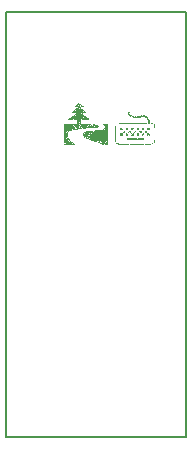
<source format=gbo>
G04 MADE WITH FRITZING*
G04 WWW.FRITZING.ORG*
G04 DOUBLE SIDED*
G04 HOLES PLATED*
G04 CONTOUR ON CENTER OF CONTOUR VECTOR*
%ASAXBY*%
%FSLAX23Y23*%
%MOIN*%
%OFA0B0*%
%SFA1.0B1.0*%
%ADD10R,0.608047X1.426100X0.592047X1.410100*%
%ADD11C,0.008000*%
%LNSILK0*%
G90*
G70*
G54D11*
X4Y1422D02*
X604Y1422D01*
X604Y4D01*
X4Y4D01*
X4Y1422D01*
D02*
G36*
X243Y1112D02*
X243Y1110D01*
X241Y1110D01*
X241Y1112D01*
X243Y1112D01*
G37*
D02*
G36*
X260Y1108D02*
X260Y1106D01*
X264Y1106D01*
X264Y1104D01*
X256Y1104D01*
X256Y1106D01*
X258Y1106D01*
X258Y1108D01*
X260Y1108D01*
G37*
D02*
G36*
X237Y1097D02*
X237Y1095D01*
X235Y1095D01*
X235Y1097D01*
X237Y1097D01*
G37*
D02*
G36*
X417Y1087D02*
X417Y1083D01*
X415Y1083D01*
X415Y1081D01*
X411Y1081D01*
X411Y1087D01*
X417Y1087D01*
G37*
D02*
G36*
X419Y1083D02*
X419Y1081D01*
X417Y1081D01*
X417Y1083D01*
X419Y1083D01*
G37*
D02*
G36*
X419Y1081D02*
X419Y1079D01*
X413Y1079D01*
X413Y1081D01*
X419Y1081D01*
G37*
D02*
G36*
X419Y1081D02*
X419Y1079D01*
X413Y1079D01*
X413Y1081D01*
X419Y1081D01*
G37*
D02*
G36*
X421Y1079D02*
X421Y1077D01*
X424Y1077D01*
X424Y1073D01*
X421Y1073D01*
X421Y1070D01*
X419Y1070D01*
X419Y1073D01*
X417Y1073D01*
X417Y1075D01*
X415Y1075D01*
X415Y1079D01*
X421Y1079D01*
G37*
D02*
G36*
X262Y1079D02*
X262Y1077D01*
X260Y1077D01*
X260Y1079D01*
X262Y1079D01*
G37*
D02*
G36*
X264Y1077D02*
X264Y1075D01*
X262Y1075D01*
X262Y1077D01*
X264Y1077D01*
G37*
D02*
G36*
X229Y1075D02*
X229Y1073D01*
X227Y1073D01*
X227Y1075D01*
X229Y1075D01*
G37*
D02*
G36*
X467Y1077D02*
X467Y1075D01*
X461Y1075D01*
X461Y1077D01*
X467Y1077D01*
G37*
D02*
G36*
X459Y1077D02*
X459Y1075D01*
X455Y1075D01*
X455Y1077D01*
X459Y1077D01*
G37*
D02*
G36*
X471Y1075D02*
X471Y1073D01*
X467Y1073D01*
X467Y1075D01*
X471Y1075D01*
G37*
D02*
G36*
X465Y1075D02*
X465Y1073D01*
X446Y1073D01*
X446Y1075D01*
X465Y1075D01*
G37*
D02*
G36*
X465Y1075D02*
X465Y1073D01*
X446Y1073D01*
X446Y1075D01*
X465Y1075D01*
G37*
D02*
G36*
X428Y1075D02*
X428Y1073D01*
X432Y1073D01*
X432Y1070D01*
X426Y1070D01*
X426Y1068D01*
X424Y1068D01*
X424Y1073D01*
X426Y1073D01*
X426Y1075D01*
X428Y1075D01*
G37*
D02*
G36*
X475Y1073D02*
X475Y1070D01*
X473Y1070D01*
X473Y1073D01*
X475Y1073D01*
G37*
D02*
G36*
X471Y1073D02*
X471Y1070D01*
X440Y1070D01*
X440Y1073D01*
X471Y1073D01*
G37*
D02*
G36*
X471Y1073D02*
X471Y1070D01*
X440Y1070D01*
X440Y1073D01*
X471Y1073D01*
G37*
D02*
G36*
X438Y1073D02*
X438Y1070D01*
X434Y1070D01*
X434Y1073D01*
X438Y1073D01*
G37*
D02*
G36*
X477Y1070D02*
X477Y1068D01*
X467Y1068D01*
X467Y1070D01*
X477Y1070D01*
G37*
D02*
G36*
X477Y1070D02*
X477Y1068D01*
X467Y1068D01*
X467Y1070D01*
X477Y1070D01*
G37*
D02*
G36*
X455Y1070D02*
X455Y1068D01*
X436Y1068D01*
X436Y1070D01*
X455Y1070D01*
G37*
D02*
G36*
X455Y1070D02*
X455Y1068D01*
X436Y1068D01*
X436Y1070D01*
X455Y1070D01*
G37*
D02*
G36*
X434Y1070D02*
X434Y1068D01*
X428Y1068D01*
X428Y1070D01*
X434Y1070D01*
G37*
D02*
G36*
X479Y1068D02*
X479Y1064D01*
X477Y1064D01*
X477Y1062D01*
X475Y1062D01*
X475Y1066D01*
X471Y1066D01*
X471Y1068D01*
X479Y1068D01*
G37*
D02*
G36*
X444Y1068D02*
X444Y1066D01*
X428Y1066D01*
X428Y1068D01*
X444Y1068D01*
G37*
D02*
G36*
X444Y1068D02*
X444Y1066D01*
X428Y1066D01*
X428Y1068D01*
X444Y1068D01*
G37*
D02*
G36*
X482Y1064D02*
X482Y1062D01*
X479Y1062D01*
X479Y1064D01*
X482Y1064D01*
G37*
D02*
G36*
X482Y1062D02*
X482Y1060D01*
X475Y1060D01*
X475Y1062D01*
X482Y1062D01*
G37*
D02*
G36*
X482Y1062D02*
X482Y1060D01*
X475Y1060D01*
X475Y1062D01*
X482Y1062D01*
G37*
D02*
G36*
X484Y1060D02*
X484Y1052D01*
X479Y1052D01*
X479Y1050D01*
X477Y1050D01*
X477Y1060D01*
X484Y1060D01*
G37*
D02*
G36*
X484Y1052D02*
X484Y1050D01*
X482Y1050D01*
X482Y1052D01*
X484Y1052D01*
G37*
D02*
G36*
X494Y1050D02*
X494Y1048D01*
X488Y1048D01*
X488Y1050D01*
X494Y1050D01*
G37*
D02*
G36*
X484Y1050D02*
X484Y1048D01*
X477Y1048D01*
X477Y1050D01*
X484Y1050D01*
G37*
D02*
G36*
X484Y1050D02*
X484Y1048D01*
X477Y1048D01*
X477Y1050D01*
X484Y1050D01*
G37*
D02*
G36*
X498Y1048D02*
X498Y1046D01*
X475Y1046D01*
X475Y1048D01*
X498Y1048D01*
G37*
D02*
G36*
X498Y1048D02*
X498Y1046D01*
X475Y1046D01*
X475Y1048D01*
X498Y1048D01*
G37*
D02*
G36*
X475Y1050D02*
X475Y1048D01*
X473Y1048D01*
X473Y1046D01*
X372Y1046D01*
X372Y1048D01*
X380Y1048D01*
X380Y1050D01*
X475Y1050D01*
G37*
D02*
G36*
X345Y1048D02*
X345Y1046D01*
X341Y1046D01*
X341Y1048D01*
X345Y1048D01*
G37*
D02*
G36*
X339Y1048D02*
X339Y1046D01*
X334Y1046D01*
X334Y1048D01*
X339Y1048D01*
G37*
D02*
G36*
X345Y1046D02*
X345Y1044D01*
X332Y1044D01*
X332Y1046D01*
X345Y1046D01*
G37*
D02*
G36*
X345Y1046D02*
X345Y1044D01*
X332Y1044D01*
X332Y1046D01*
X345Y1046D01*
G37*
D02*
G36*
X345Y1044D02*
X345Y1031D01*
X332Y1031D01*
X332Y1029D01*
X328Y1029D01*
X328Y1031D01*
X332Y1031D01*
X332Y1033D01*
X334Y1033D01*
X334Y1041D01*
X332Y1041D01*
X332Y1044D01*
X345Y1044D01*
G37*
D02*
G36*
X345Y1031D02*
X345Y1029D01*
X334Y1029D01*
X334Y1031D01*
X345Y1031D01*
G37*
D02*
G36*
X345Y1029D02*
X345Y1027D01*
X324Y1027D01*
X324Y1029D01*
X345Y1029D01*
G37*
D02*
G36*
X345Y1029D02*
X345Y1027D01*
X324Y1027D01*
X324Y1029D01*
X345Y1029D01*
G37*
D02*
G36*
X322Y1029D02*
X322Y1027D01*
X320Y1027D01*
X320Y1029D01*
X322Y1029D01*
G37*
D02*
G36*
X345Y1027D02*
X345Y1025D01*
X303Y1025D01*
X303Y1027D01*
X345Y1027D01*
G37*
D02*
G36*
X345Y1027D02*
X345Y1025D01*
X303Y1025D01*
X303Y1027D01*
X345Y1027D01*
G37*
D02*
G36*
X345Y1025D02*
X345Y1021D01*
X299Y1021D01*
X299Y1023D01*
X295Y1023D01*
X295Y1025D01*
X345Y1025D01*
G37*
D02*
G36*
X293Y1025D02*
X293Y1023D01*
X291Y1023D01*
X291Y1025D01*
X293Y1025D01*
G37*
D02*
G36*
X289Y1025D02*
X289Y1023D01*
X285Y1023D01*
X285Y1025D01*
X289Y1025D01*
G37*
D02*
G36*
X295Y1023D02*
X295Y1021D01*
X272Y1021D01*
X272Y1023D01*
X295Y1023D01*
G37*
D02*
G36*
X295Y1023D02*
X295Y1021D01*
X272Y1021D01*
X272Y1023D01*
X295Y1023D01*
G37*
D02*
G36*
X345Y1021D02*
X345Y1019D01*
X283Y1019D01*
X283Y1021D01*
X345Y1021D01*
G37*
D02*
G36*
X345Y1021D02*
X345Y1019D01*
X283Y1019D01*
X283Y1021D01*
X345Y1021D01*
G37*
D02*
G36*
X281Y1021D02*
X281Y1019D01*
X276Y1019D01*
X276Y1021D01*
X281Y1021D01*
G37*
D02*
G36*
X274Y1021D02*
X274Y1019D01*
X272Y1019D01*
X272Y1017D01*
X264Y1017D01*
X264Y1015D01*
X262Y1015D01*
X262Y1017D01*
X264Y1017D01*
X264Y1019D01*
X266Y1019D01*
X266Y1021D01*
X274Y1021D01*
G37*
D02*
G36*
X345Y1019D02*
X345Y1017D01*
X299Y1017D01*
X299Y1019D01*
X345Y1019D01*
G37*
D02*
G36*
X297Y1019D02*
X297Y1017D01*
X293Y1017D01*
X293Y1019D01*
X297Y1019D01*
G37*
D02*
G36*
X291Y1019D02*
X291Y1017D01*
X289Y1017D01*
X289Y1015D01*
X285Y1015D01*
X285Y1017D01*
X281Y1017D01*
X281Y1019D01*
X291Y1019D01*
G37*
D02*
G36*
X278Y1019D02*
X278Y1017D01*
X274Y1017D01*
X274Y1019D01*
X278Y1019D01*
G37*
D02*
G36*
X345Y1017D02*
X345Y1015D01*
X291Y1015D01*
X291Y1017D01*
X345Y1017D01*
G37*
D02*
G36*
X345Y1017D02*
X345Y1015D01*
X291Y1015D01*
X291Y1017D01*
X345Y1017D01*
G37*
D02*
G36*
X283Y1017D02*
X283Y1015D01*
X272Y1015D01*
X272Y1017D01*
X283Y1017D01*
G37*
D02*
G36*
X283Y1017D02*
X283Y1015D01*
X272Y1015D01*
X272Y1017D01*
X283Y1017D01*
G37*
D02*
G36*
X270Y1017D02*
X270Y1015D01*
X268Y1015D01*
X268Y1017D01*
X270Y1017D01*
G37*
D02*
G36*
X345Y1015D02*
X345Y1012D01*
X276Y1012D01*
X276Y1015D01*
X345Y1015D01*
G37*
D02*
G36*
X345Y1015D02*
X345Y1012D01*
X276Y1012D01*
X276Y1015D01*
X345Y1015D01*
G37*
D02*
G36*
X345Y1015D02*
X345Y1012D01*
X276Y1012D01*
X276Y1015D01*
X345Y1015D01*
G37*
D02*
G36*
X274Y1015D02*
X274Y1012D01*
X260Y1012D01*
X260Y1015D01*
X274Y1015D01*
G37*
D02*
G36*
X274Y1015D02*
X274Y1012D01*
X260Y1012D01*
X260Y1015D01*
X274Y1015D01*
G37*
D02*
G36*
X274Y1015D02*
X274Y1012D01*
X260Y1012D01*
X260Y1015D01*
X274Y1015D01*
G37*
D02*
G36*
X345Y1012D02*
X345Y1010D01*
X260Y1010D01*
X260Y1012D01*
X345Y1012D01*
G37*
D02*
G36*
X345Y1012D02*
X345Y1010D01*
X260Y1010D01*
X260Y1012D01*
X345Y1012D01*
G37*
D02*
G36*
X345Y1010D02*
X345Y1008D01*
X285Y1008D01*
X285Y1010D01*
X345Y1010D01*
G37*
D02*
G36*
X283Y1010D02*
X283Y1008D01*
X281Y1008D01*
X281Y1010D01*
X283Y1010D01*
G37*
D02*
G36*
X278Y1010D02*
X278Y1008D01*
X266Y1008D01*
X266Y1006D01*
X262Y1006D01*
X262Y1010D01*
X278Y1010D01*
G37*
D02*
G36*
X345Y1008D02*
X345Y1006D01*
X268Y1006D01*
X268Y1008D01*
X345Y1008D01*
G37*
D02*
G36*
X345Y1008D02*
X345Y1006D01*
X268Y1006D01*
X268Y1008D01*
X345Y1008D01*
G37*
D02*
G36*
X345Y1008D02*
X345Y1006D01*
X268Y1006D01*
X268Y1008D01*
X345Y1008D01*
G37*
D02*
G36*
X345Y1006D02*
X345Y998D01*
X285Y998D01*
X285Y1000D01*
X283Y1000D01*
X283Y1002D01*
X278Y1002D01*
X278Y1004D01*
X276Y1004D01*
X276Y1006D01*
X345Y1006D01*
G37*
D02*
G36*
X274Y1006D02*
X274Y1004D01*
X264Y1004D01*
X264Y1006D01*
X274Y1006D01*
G37*
D02*
G36*
X274Y1006D02*
X274Y1004D01*
X264Y1004D01*
X264Y1006D01*
X274Y1006D01*
G37*
D02*
G36*
X276Y1004D02*
X276Y1002D01*
X270Y1002D01*
X270Y1004D01*
X276Y1004D01*
G37*
D02*
G36*
X268Y1004D02*
X268Y1002D01*
X266Y1002D01*
X266Y1004D01*
X268Y1004D01*
G37*
D02*
G36*
X281Y1002D02*
X281Y1000D01*
X274Y1000D01*
X274Y1002D01*
X281Y1002D01*
G37*
D02*
G36*
X281Y1002D02*
X281Y1000D01*
X274Y1000D01*
X274Y1002D01*
X281Y1002D01*
G37*
D02*
G36*
X272Y1002D02*
X272Y1000D01*
X268Y1000D01*
X268Y1002D01*
X272Y1002D01*
G37*
D02*
G36*
X283Y1000D02*
X283Y998D01*
X278Y998D01*
X278Y996D01*
X276Y996D01*
X276Y998D01*
X272Y998D01*
X272Y1000D01*
X283Y1000D01*
G37*
D02*
G36*
X345Y998D02*
X345Y996D01*
X281Y996D01*
X281Y998D01*
X345Y998D01*
G37*
D02*
G36*
X345Y998D02*
X345Y996D01*
X281Y996D01*
X281Y998D01*
X345Y998D01*
G37*
D02*
G36*
X345Y996D02*
X345Y994D01*
X301Y994D01*
X301Y992D01*
X287Y992D01*
X287Y994D01*
X283Y994D01*
X283Y996D01*
X345Y996D01*
G37*
D02*
G36*
X345Y994D02*
X345Y992D01*
X332Y992D01*
X332Y994D01*
X345Y994D01*
G37*
D02*
G36*
X330Y994D02*
X330Y992D01*
X303Y992D01*
X303Y994D01*
X330Y994D01*
G37*
D02*
G36*
X345Y992D02*
X345Y990D01*
X339Y990D01*
X339Y988D01*
X332Y988D01*
X332Y990D01*
X330Y990D01*
X330Y992D01*
X345Y992D01*
G37*
D02*
G36*
X328Y992D02*
X328Y990D01*
X291Y990D01*
X291Y992D01*
X328Y992D01*
G37*
D02*
G36*
X328Y992D02*
X328Y990D01*
X291Y990D01*
X291Y992D01*
X328Y992D01*
G37*
D02*
G36*
X345Y990D02*
X345Y983D01*
X343Y983D01*
X343Y988D01*
X341Y988D01*
X341Y990D01*
X345Y990D01*
G37*
D02*
G36*
X330Y990D02*
X330Y988D01*
X320Y988D01*
X320Y990D01*
X330Y990D01*
G37*
D02*
G36*
X318Y990D02*
X318Y988D01*
X314Y988D01*
X314Y990D01*
X318Y990D01*
G37*
D02*
G36*
X312Y990D02*
X312Y988D01*
X310Y988D01*
X310Y990D01*
X312Y990D01*
G37*
D02*
G36*
X308Y990D02*
X308Y988D01*
X305Y988D01*
X305Y986D01*
X303Y986D01*
X303Y990D01*
X308Y990D01*
G37*
D02*
G36*
X301Y990D02*
X301Y988D01*
X297Y988D01*
X297Y990D01*
X301Y990D01*
G37*
D02*
G36*
X341Y988D02*
X341Y983D01*
X337Y983D01*
X337Y988D01*
X341Y988D01*
G37*
D02*
G36*
X334Y988D02*
X334Y986D01*
X330Y986D01*
X330Y988D01*
X334Y988D01*
G37*
D02*
G36*
X328Y988D02*
X328Y986D01*
X322Y986D01*
X322Y983D01*
X320Y983D01*
X320Y986D01*
X318Y986D01*
X318Y988D01*
X328Y988D01*
G37*
D02*
G36*
X316Y988D02*
X316Y986D01*
X314Y986D01*
X314Y983D01*
X310Y983D01*
X310Y986D01*
X312Y986D01*
X312Y988D01*
X316Y988D01*
G37*
D02*
G36*
X334Y986D02*
X334Y983D01*
X324Y983D01*
X324Y986D01*
X334Y986D01*
G37*
D02*
G36*
X334Y986D02*
X334Y983D01*
X324Y983D01*
X324Y986D01*
X334Y986D01*
G37*
D02*
G36*
X345Y983D02*
X345Y981D01*
X326Y981D01*
X326Y983D01*
X345Y983D01*
G37*
D02*
G36*
X345Y983D02*
X345Y981D01*
X326Y981D01*
X326Y983D01*
X345Y983D01*
G37*
D02*
G36*
X345Y983D02*
X345Y981D01*
X326Y981D01*
X326Y983D01*
X345Y983D01*
G37*
D02*
G36*
X345Y981D02*
X345Y979D01*
X343Y979D01*
X343Y981D01*
X345Y981D01*
G37*
D02*
G36*
X341Y981D02*
X341Y979D01*
X334Y979D01*
X334Y981D01*
X341Y981D01*
G37*
D02*
G36*
X332Y981D02*
X332Y979D01*
X326Y979D01*
X326Y981D01*
X332Y981D01*
G37*
D02*
G36*
X332Y1048D02*
X332Y1046D01*
X330Y1046D01*
X330Y1048D01*
X332Y1048D01*
G37*
D02*
G36*
X328Y1048D02*
X328Y1046D01*
X322Y1046D01*
X322Y1048D01*
X328Y1048D01*
G37*
D02*
G36*
X500Y1046D02*
X500Y1041D01*
X502Y1041D01*
X502Y990D01*
X500Y990D01*
X500Y992D01*
X498Y992D01*
X498Y994D01*
X500Y994D01*
X500Y1035D01*
X498Y1035D01*
X498Y1037D01*
X500Y1037D01*
X500Y1039D01*
X498Y1039D01*
X498Y1046D01*
X500Y1046D01*
G37*
D02*
G36*
X372Y1046D02*
X372Y1037D01*
X370Y1037D01*
X370Y1039D01*
X368Y1039D01*
X368Y1041D01*
X370Y1041D01*
X370Y1046D01*
X372Y1046D01*
G37*
D02*
G36*
X330Y1046D02*
X330Y1044D01*
X328Y1044D01*
X328Y1046D01*
X330Y1046D01*
G37*
D02*
G36*
X370Y1037D02*
X370Y992D01*
X372Y992D01*
X372Y983D01*
X370Y983D01*
X370Y988D01*
X368Y988D01*
X368Y1037D01*
X370Y1037D01*
G37*
D02*
G36*
X482Y1035D02*
X482Y1033D01*
X477Y1033D01*
X477Y1031D01*
X475Y1031D01*
X475Y1035D01*
X482Y1035D01*
G37*
D02*
G36*
X484Y1033D02*
X484Y1031D01*
X479Y1031D01*
X479Y1033D01*
X484Y1033D01*
G37*
D02*
G36*
X484Y1031D02*
X484Y1029D01*
X475Y1029D01*
X475Y1031D01*
X484Y1031D01*
G37*
D02*
G36*
X484Y1031D02*
X484Y1029D01*
X475Y1029D01*
X475Y1031D01*
X484Y1031D01*
G37*
D02*
G36*
X484Y1029D02*
X484Y1027D01*
X475Y1027D01*
X475Y1029D01*
X484Y1029D01*
G37*
D02*
G36*
X465Y1035D02*
X465Y1027D01*
X459Y1027D01*
X459Y1035D01*
X465Y1035D01*
G37*
D02*
G36*
X448Y1035D02*
X448Y1027D01*
X440Y1027D01*
X440Y1035D01*
X448Y1035D01*
G37*
D02*
G36*
X430Y1035D02*
X430Y1031D01*
X428Y1031D01*
X428Y1029D01*
X430Y1029D01*
X430Y1027D01*
X421Y1027D01*
X421Y1035D01*
X430Y1035D01*
G37*
D02*
G36*
X411Y1035D02*
X411Y1027D01*
X405Y1027D01*
X405Y1035D01*
X411Y1035D01*
G37*
D02*
G36*
X395Y1035D02*
X395Y1033D01*
X392Y1033D01*
X392Y1035D01*
X395Y1035D01*
G37*
D02*
G36*
X390Y1035D02*
X390Y1033D01*
X392Y1033D01*
X392Y1031D01*
X395Y1031D01*
X395Y1027D01*
X386Y1027D01*
X386Y1035D01*
X390Y1035D01*
G37*
D02*
G36*
X293Y1035D02*
X293Y1033D01*
X291Y1033D01*
X291Y1035D01*
X293Y1035D01*
G37*
D02*
G36*
X233Y1029D02*
X233Y1027D01*
X231Y1027D01*
X231Y1029D01*
X233Y1029D01*
G37*
D02*
G36*
X473Y1025D02*
X473Y1023D01*
X475Y1023D01*
X475Y1017D01*
X467Y1017D01*
X467Y1025D01*
X473Y1025D01*
G37*
D02*
G36*
X457Y1025D02*
X457Y1023D01*
X450Y1023D01*
X450Y1021D01*
X448Y1021D01*
X448Y1025D01*
X457Y1025D01*
G37*
D02*
G36*
X457Y1023D02*
X457Y1021D01*
X453Y1021D01*
X453Y1023D01*
X457Y1023D01*
G37*
D02*
G36*
X457Y1021D02*
X457Y1017D01*
X448Y1017D01*
X448Y1019D01*
X450Y1019D01*
X450Y1021D01*
X457Y1021D01*
G37*
D02*
G36*
X438Y1025D02*
X438Y1021D01*
X434Y1021D01*
X434Y1023D01*
X432Y1023D01*
X432Y1025D01*
X438Y1025D01*
G37*
D02*
G36*
X421Y1025D02*
X421Y1017D01*
X415Y1017D01*
X415Y1019D01*
X417Y1019D01*
X417Y1021D01*
X415Y1021D01*
X415Y1023D01*
X413Y1023D01*
X413Y1025D01*
X421Y1025D01*
G37*
D02*
G36*
X403Y1025D02*
X403Y1019D01*
X401Y1019D01*
X401Y1017D01*
X397Y1017D01*
X397Y1019D01*
X395Y1019D01*
X395Y1021D01*
X397Y1021D01*
X397Y1023D01*
X399Y1023D01*
X399Y1025D01*
X403Y1025D01*
G37*
D02*
G36*
X397Y1025D02*
X397Y1023D01*
X395Y1023D01*
X395Y1025D01*
X397Y1025D01*
G37*
D02*
G36*
X434Y1021D02*
X434Y1019D01*
X432Y1019D01*
X432Y1021D01*
X434Y1021D01*
G37*
D02*
G36*
X415Y1021D02*
X415Y1019D01*
X413Y1019D01*
X413Y1021D01*
X415Y1021D01*
G37*
D02*
G36*
X438Y1019D02*
X438Y1017D01*
X434Y1017D01*
X434Y1019D01*
X438Y1019D01*
G37*
D02*
G36*
X482Y1017D02*
X482Y1015D01*
X479Y1015D01*
X479Y1017D01*
X482Y1017D01*
G37*
D02*
G36*
X477Y1017D02*
X477Y1015D01*
X475Y1015D01*
X475Y1017D01*
X477Y1017D01*
G37*
D02*
G36*
X484Y1015D02*
X484Y1012D01*
X475Y1012D01*
X475Y1015D01*
X484Y1015D01*
G37*
D02*
G36*
X484Y1015D02*
X484Y1012D01*
X475Y1012D01*
X475Y1015D01*
X484Y1015D01*
G37*
D02*
G36*
X484Y1012D02*
X484Y1010D01*
X479Y1010D01*
X479Y1008D01*
X475Y1008D01*
X475Y1012D01*
X484Y1012D01*
G37*
D02*
G36*
X484Y1010D02*
X484Y1008D01*
X482Y1008D01*
X482Y1010D01*
X484Y1010D01*
G37*
D02*
G36*
X465Y1017D02*
X465Y1010D01*
X463Y1010D01*
X463Y1008D01*
X459Y1008D01*
X459Y1010D01*
X461Y1010D01*
X461Y1012D01*
X459Y1012D01*
X459Y1015D01*
X461Y1015D01*
X461Y1017D01*
X465Y1017D01*
G37*
D02*
G36*
X448Y1017D02*
X448Y1010D01*
X444Y1010D01*
X444Y1008D01*
X440Y1008D01*
X440Y1017D01*
X448Y1017D01*
G37*
D02*
G36*
X448Y1010D02*
X448Y1008D01*
X446Y1008D01*
X446Y1010D01*
X448Y1010D01*
G37*
D02*
G36*
X430Y1017D02*
X430Y1008D01*
X421Y1008D01*
X421Y1012D01*
X426Y1012D01*
X426Y1015D01*
X428Y1015D01*
X428Y1017D01*
X430Y1017D01*
G37*
D02*
G36*
X426Y1017D02*
X426Y1015D01*
X421Y1015D01*
X421Y1017D01*
X426Y1017D01*
G37*
D02*
G36*
X409Y1017D02*
X409Y1015D01*
X411Y1015D01*
X411Y1012D01*
X407Y1012D01*
X407Y1010D01*
X405Y1010D01*
X405Y1017D01*
X409Y1017D01*
G37*
D02*
G36*
X411Y1012D02*
X411Y1010D01*
X409Y1010D01*
X409Y1012D01*
X411Y1012D01*
G37*
D02*
G36*
X411Y1010D02*
X411Y1008D01*
X405Y1008D01*
X405Y1010D01*
X411Y1010D01*
G37*
D02*
G36*
X411Y1010D02*
X411Y1008D01*
X405Y1008D01*
X405Y1010D01*
X411Y1010D01*
G37*
D02*
G36*
X395Y1017D02*
X395Y1015D01*
X392Y1015D01*
X392Y1017D01*
X395Y1017D01*
G37*
D02*
G36*
X390Y1017D02*
X390Y1015D01*
X386Y1015D01*
X386Y1017D01*
X390Y1017D01*
G37*
D02*
G36*
X395Y1015D02*
X395Y1012D01*
X386Y1012D01*
X386Y1015D01*
X395Y1015D01*
G37*
D02*
G36*
X395Y1015D02*
X395Y1012D01*
X386Y1012D01*
X386Y1015D01*
X395Y1015D01*
G37*
D02*
G36*
X395Y1012D02*
X395Y1008D01*
X386Y1008D01*
X386Y1012D01*
X395Y1012D01*
G37*
D02*
G36*
X463Y1002D02*
X463Y1000D01*
X442Y1000D01*
X442Y998D01*
X438Y998D01*
X438Y996D01*
X434Y996D01*
X434Y998D01*
X436Y998D01*
X436Y1000D01*
X434Y1000D01*
X434Y1002D01*
X463Y1002D01*
G37*
D02*
G36*
X430Y1002D02*
X430Y1000D01*
X428Y1000D01*
X428Y1002D01*
X430Y1002D01*
G37*
D02*
G36*
X426Y1002D02*
X426Y1000D01*
X411Y1000D01*
X411Y998D01*
X409Y998D01*
X409Y1000D01*
X405Y1000D01*
X405Y1002D01*
X426Y1002D01*
G37*
D02*
G36*
X465Y1000D02*
X465Y998D01*
X463Y998D01*
X463Y1000D01*
X465Y1000D01*
G37*
D02*
G36*
X461Y1000D02*
X461Y998D01*
X444Y998D01*
X444Y1000D01*
X461Y1000D01*
G37*
D02*
G36*
X430Y1000D02*
X430Y998D01*
X413Y998D01*
X413Y1000D01*
X430Y1000D01*
G37*
D02*
G36*
X430Y1000D02*
X430Y998D01*
X413Y998D01*
X413Y1000D01*
X430Y1000D01*
G37*
D02*
G36*
X465Y998D02*
X465Y996D01*
X459Y996D01*
X459Y998D01*
X465Y998D01*
G37*
D02*
G36*
X465Y998D02*
X465Y996D01*
X459Y996D01*
X459Y998D01*
X465Y998D01*
G37*
D02*
G36*
X457Y998D02*
X457Y996D01*
X440Y996D01*
X440Y998D01*
X457Y998D01*
G37*
D02*
G36*
X457Y998D02*
X457Y996D01*
X440Y996D01*
X440Y998D01*
X457Y998D01*
G37*
D02*
G36*
X432Y998D02*
X432Y996D01*
X419Y996D01*
X419Y998D01*
X432Y998D01*
G37*
D02*
G36*
X417Y998D02*
X417Y996D01*
X405Y996D01*
X405Y998D01*
X417Y998D01*
G37*
D02*
G36*
X417Y998D02*
X417Y996D01*
X405Y996D01*
X405Y998D01*
X417Y998D01*
G37*
D02*
G36*
X465Y996D02*
X465Y994D01*
X407Y994D01*
X407Y996D01*
X465Y996D01*
G37*
D02*
G36*
X465Y996D02*
X465Y994D01*
X407Y994D01*
X407Y996D01*
X465Y996D01*
G37*
D02*
G36*
X465Y996D02*
X465Y994D01*
X407Y994D01*
X407Y996D01*
X465Y996D01*
G37*
D02*
G36*
X465Y996D02*
X465Y994D01*
X407Y994D01*
X407Y996D01*
X465Y996D01*
G37*
D02*
G36*
X465Y996D02*
X465Y994D01*
X407Y994D01*
X407Y996D01*
X465Y996D01*
G37*
D02*
G36*
X434Y1000D02*
X434Y998D01*
X432Y998D01*
X432Y1000D01*
X434Y1000D01*
G37*
D02*
G36*
X500Y990D02*
X500Y983D01*
X498Y983D01*
X498Y990D01*
X500Y990D01*
G37*
D02*
G36*
X310Y988D02*
X310Y986D01*
X308Y986D01*
X308Y988D01*
X310Y988D01*
G37*
D02*
G36*
X318Y986D02*
X318Y983D01*
X316Y983D01*
X316Y986D01*
X318Y986D01*
G37*
D02*
G36*
X496Y983D02*
X496Y981D01*
X492Y981D01*
X492Y979D01*
X490Y979D01*
X490Y983D01*
X496Y983D01*
G37*
D02*
G36*
X382Y983D02*
X382Y981D01*
X415Y981D01*
X415Y979D01*
X378Y979D01*
X378Y981D01*
X376Y981D01*
X376Y983D01*
X382Y983D01*
G37*
D02*
G36*
X374Y983D02*
X374Y981D01*
X372Y981D01*
X372Y983D01*
X374Y983D01*
G37*
D02*
G36*
X324Y983D02*
X324Y981D01*
X322Y981D01*
X322Y983D01*
X324Y983D01*
G37*
D02*
G36*
X320Y983D02*
X320Y981D01*
X318Y981D01*
X318Y983D01*
X320Y983D01*
G37*
D02*
G36*
X247Y1116D02*
X247Y1114D01*
X254Y1114D01*
X254Y1112D01*
X256Y1112D01*
X256Y1110D01*
X245Y1110D01*
X245Y1108D01*
X243Y1108D01*
X243Y1110D01*
X245Y1110D01*
X245Y1112D01*
X243Y1112D01*
X243Y1114D01*
X245Y1114D01*
X245Y1116D01*
X247Y1116D01*
G37*
D02*
G36*
X258Y1110D02*
X258Y1108D01*
X254Y1108D01*
X254Y1110D01*
X258Y1110D01*
G37*
D02*
G36*
X252Y1110D02*
X252Y1108D01*
X247Y1108D01*
X247Y1110D01*
X252Y1110D01*
G37*
D02*
G36*
X241Y1110D02*
X241Y1108D01*
X237Y1108D01*
X237Y1110D01*
X241Y1110D01*
G37*
D02*
G36*
X256Y1108D02*
X256Y1106D01*
X252Y1106D01*
X252Y1108D01*
X256Y1108D01*
G37*
D02*
G36*
X249Y1108D02*
X249Y1106D01*
X235Y1106D01*
X235Y1108D01*
X249Y1108D01*
G37*
D02*
G36*
X249Y1108D02*
X249Y1106D01*
X235Y1106D01*
X235Y1108D01*
X249Y1108D01*
G37*
D02*
G36*
X249Y1108D02*
X249Y1106D01*
X235Y1106D01*
X235Y1108D01*
X249Y1108D01*
G37*
D02*
G36*
X252Y1106D02*
X252Y1104D01*
X256Y1104D01*
X256Y1099D01*
X252Y1099D01*
X252Y1102D01*
X249Y1102D01*
X249Y1106D01*
X252Y1106D01*
G37*
D02*
G36*
X247Y1106D02*
X247Y1104D01*
X243Y1104D01*
X243Y1102D01*
X241Y1102D01*
X241Y1099D01*
X239Y1099D01*
X239Y1102D01*
X241Y1102D01*
X241Y1104D01*
X235Y1104D01*
X235Y1106D01*
X247Y1106D01*
G37*
D02*
G36*
X247Y1104D02*
X247Y1102D01*
X245Y1102D01*
X245Y1104D01*
X247Y1104D01*
G37*
D02*
G36*
X249Y1102D02*
X249Y1099D01*
X243Y1099D01*
X243Y1102D01*
X249Y1102D01*
G37*
D02*
G36*
X256Y1099D02*
X256Y1097D01*
X237Y1097D01*
X237Y1099D01*
X256Y1099D01*
G37*
D02*
G36*
X256Y1099D02*
X256Y1097D01*
X237Y1097D01*
X237Y1099D01*
X256Y1099D01*
G37*
D02*
G36*
X256Y1099D02*
X256Y1097D01*
X237Y1097D01*
X237Y1099D01*
X256Y1099D01*
G37*
D02*
G36*
X260Y1097D02*
X260Y1095D01*
X262Y1095D01*
X262Y1093D01*
X260Y1093D01*
X260Y1095D01*
X249Y1095D01*
X249Y1097D01*
X260Y1097D01*
G37*
D02*
G36*
X247Y1097D02*
X247Y1095D01*
X239Y1095D01*
X239Y1097D01*
X247Y1097D01*
G37*
D02*
G36*
X258Y1095D02*
X258Y1093D01*
X237Y1093D01*
X237Y1095D01*
X258Y1095D01*
G37*
D02*
G36*
X258Y1095D02*
X258Y1093D01*
X237Y1093D01*
X237Y1095D01*
X258Y1095D01*
G37*
D02*
G36*
X235Y1095D02*
X235Y1091D01*
X231Y1091D01*
X231Y1089D01*
X229Y1089D01*
X229Y1091D01*
X231Y1091D01*
X231Y1093D01*
X233Y1093D01*
X233Y1095D01*
X235Y1095D01*
G37*
D02*
G36*
X266Y1093D02*
X266Y1091D01*
X237Y1091D01*
X237Y1093D01*
X266Y1093D01*
G37*
D02*
G36*
X266Y1093D02*
X266Y1091D01*
X237Y1091D01*
X237Y1093D01*
X266Y1093D01*
G37*
D02*
G36*
X268Y1091D02*
X268Y1089D01*
X264Y1089D01*
X264Y1091D01*
X268Y1091D01*
G37*
D02*
G36*
X262Y1091D02*
X262Y1089D01*
X233Y1089D01*
X233Y1091D01*
X262Y1091D01*
G37*
D02*
G36*
X262Y1091D02*
X262Y1089D01*
X233Y1089D01*
X233Y1091D01*
X262Y1091D01*
G37*
D02*
G36*
X270Y1089D02*
X270Y1087D01*
X237Y1087D01*
X237Y1089D01*
X270Y1089D01*
G37*
D02*
G36*
X270Y1089D02*
X270Y1087D01*
X237Y1087D01*
X237Y1089D01*
X270Y1089D01*
G37*
D02*
G36*
X235Y1089D02*
X235Y1087D01*
X227Y1087D01*
X227Y1089D01*
X235Y1089D01*
G37*
D02*
G36*
X235Y1089D02*
X235Y1087D01*
X227Y1087D01*
X227Y1089D01*
X235Y1089D01*
G37*
D02*
G36*
X272Y1087D02*
X272Y1085D01*
X274Y1085D01*
X274Y1083D01*
X268Y1083D01*
X268Y1085D01*
X266Y1085D01*
X266Y1087D01*
X272Y1087D01*
G37*
D02*
G36*
X264Y1087D02*
X264Y1085D01*
X233Y1085D01*
X233Y1087D01*
X264Y1087D01*
G37*
D02*
G36*
X264Y1087D02*
X264Y1085D01*
X233Y1085D01*
X233Y1087D01*
X264Y1087D01*
G37*
D02*
G36*
X231Y1087D02*
X231Y1085D01*
X227Y1085D01*
X227Y1083D01*
X223Y1083D01*
X223Y1085D01*
X225Y1085D01*
X225Y1087D01*
X231Y1087D01*
G37*
D02*
G36*
X266Y1085D02*
X266Y1083D01*
X262Y1083D01*
X262Y1085D01*
X266Y1085D01*
G37*
D02*
G36*
X260Y1085D02*
X260Y1083D01*
X229Y1083D01*
X229Y1085D01*
X260Y1085D01*
G37*
D02*
G36*
X260Y1085D02*
X260Y1083D01*
X229Y1083D01*
X229Y1085D01*
X260Y1085D01*
G37*
D02*
G36*
X260Y1083D02*
X260Y1081D01*
X258Y1081D01*
X258Y1083D01*
X260Y1083D01*
G37*
D02*
G36*
X256Y1083D02*
X256Y1081D01*
X237Y1081D01*
X237Y1083D01*
X256Y1083D01*
G37*
D02*
G36*
X260Y1081D02*
X260Y1079D01*
X235Y1079D01*
X235Y1081D01*
X260Y1081D01*
G37*
D02*
G36*
X260Y1081D02*
X260Y1079D01*
X235Y1079D01*
X235Y1081D01*
X260Y1081D01*
G37*
D02*
G36*
X258Y1079D02*
X258Y1077D01*
X235Y1077D01*
X235Y1075D01*
X233Y1075D01*
X233Y1073D01*
X231Y1073D01*
X231Y1075D01*
X233Y1075D01*
X233Y1079D01*
X258Y1079D01*
G37*
D02*
G36*
X260Y1077D02*
X260Y1075D01*
X262Y1075D01*
X262Y1073D01*
X258Y1073D01*
X258Y1075D01*
X237Y1075D01*
X237Y1077D01*
X260Y1077D01*
G37*
D02*
G36*
X266Y1075D02*
X266Y1073D01*
X264Y1073D01*
X264Y1075D01*
X266Y1075D01*
G37*
D02*
G36*
X256Y1075D02*
X256Y1073D01*
X235Y1073D01*
X235Y1075D01*
X256Y1075D01*
G37*
D02*
G36*
X272Y1073D02*
X272Y1070D01*
X274Y1070D01*
X274Y1068D01*
X276Y1068D01*
X276Y1066D01*
X274Y1066D01*
X274Y1068D01*
X264Y1068D01*
X264Y1070D01*
X262Y1070D01*
X262Y1073D01*
X272Y1073D01*
G37*
D02*
G36*
X260Y1073D02*
X260Y1070D01*
X229Y1070D01*
X229Y1073D01*
X260Y1073D01*
G37*
D02*
G36*
X260Y1073D02*
X260Y1070D01*
X229Y1070D01*
X229Y1073D01*
X260Y1073D01*
G37*
D02*
G36*
X260Y1073D02*
X260Y1070D01*
X229Y1070D01*
X229Y1073D01*
X260Y1073D01*
G37*
D02*
G36*
X227Y1073D02*
X227Y1070D01*
X225Y1070D01*
X225Y1073D01*
X227Y1073D01*
G37*
D02*
G36*
X262Y1070D02*
X262Y1068D01*
X223Y1068D01*
X223Y1070D01*
X262Y1070D01*
G37*
D02*
G36*
X262Y1070D02*
X262Y1068D01*
X223Y1068D01*
X223Y1070D01*
X262Y1070D01*
G37*
D02*
G36*
X272Y1068D02*
X272Y1066D01*
X260Y1066D01*
X260Y1068D01*
X272Y1068D01*
G37*
D02*
G36*
X272Y1068D02*
X272Y1066D01*
X260Y1066D01*
X260Y1068D01*
X272Y1068D01*
G37*
D02*
G36*
X258Y1068D02*
X258Y1066D01*
X233Y1066D01*
X233Y1068D01*
X258Y1068D01*
G37*
D02*
G36*
X231Y1068D02*
X231Y1066D01*
X229Y1066D01*
X229Y1068D01*
X231Y1068D01*
G37*
D02*
G36*
X227Y1068D02*
X227Y1066D01*
X218Y1066D01*
X218Y1068D01*
X227Y1068D01*
G37*
D02*
G36*
X281Y1066D02*
X281Y1064D01*
X216Y1064D01*
X216Y1066D01*
X281Y1066D01*
G37*
D02*
G36*
X281Y1066D02*
X281Y1064D01*
X216Y1064D01*
X216Y1066D01*
X281Y1066D01*
G37*
D02*
G36*
X281Y1066D02*
X281Y1064D01*
X216Y1064D01*
X216Y1066D01*
X281Y1066D01*
G37*
D02*
G36*
X281Y1066D02*
X281Y1064D01*
X216Y1064D01*
X216Y1066D01*
X281Y1066D01*
G37*
D02*
G36*
X281Y1066D02*
X281Y1064D01*
X216Y1064D01*
X216Y1066D01*
X281Y1066D01*
G37*
D02*
G36*
X283Y1064D02*
X283Y1062D01*
X285Y1062D01*
X285Y1060D01*
X262Y1060D01*
X262Y1062D01*
X258Y1062D01*
X258Y1064D01*
X283Y1064D01*
G37*
D02*
G36*
X256Y1064D02*
X256Y1062D01*
X231Y1062D01*
X231Y1064D01*
X256Y1064D01*
G37*
D02*
G36*
X229Y1064D02*
X229Y1062D01*
X216Y1062D01*
X216Y1064D01*
X229Y1064D01*
G37*
D02*
G36*
X214Y1064D02*
X214Y1062D01*
X212Y1062D01*
X212Y1064D01*
X214Y1064D01*
G37*
D02*
G36*
X260Y1062D02*
X260Y1060D01*
X210Y1060D01*
X210Y1062D01*
X260Y1062D01*
G37*
D02*
G36*
X260Y1062D02*
X260Y1060D01*
X210Y1060D01*
X210Y1062D01*
X260Y1062D01*
G37*
D02*
G36*
X260Y1062D02*
X260Y1060D01*
X210Y1060D01*
X210Y1062D01*
X260Y1062D01*
G37*
D02*
G36*
X260Y1062D02*
X260Y1060D01*
X210Y1060D01*
X210Y1062D01*
X260Y1062D01*
G37*
D02*
G36*
X254Y1060D02*
X254Y1058D01*
X243Y1058D01*
X243Y1056D01*
X241Y1056D01*
X241Y1060D01*
X254Y1060D01*
G37*
D02*
G36*
X252Y1058D02*
X252Y1056D01*
X245Y1056D01*
X245Y1058D01*
X252Y1058D01*
G37*
D02*
G36*
X254Y1056D02*
X254Y1054D01*
X249Y1054D01*
X249Y1052D01*
X243Y1052D01*
X243Y1050D01*
X241Y1050D01*
X241Y1054D01*
X243Y1054D01*
X243Y1056D01*
X254Y1056D01*
G37*
D02*
G36*
X254Y1054D02*
X254Y1052D01*
X252Y1052D01*
X252Y1054D01*
X254Y1054D01*
G37*
D02*
G36*
X254Y1052D02*
X254Y1050D01*
X245Y1050D01*
X245Y1052D01*
X254Y1052D01*
G37*
D02*
G36*
X254Y1052D02*
X254Y1050D01*
X245Y1050D01*
X245Y1052D01*
X254Y1052D01*
G37*
D02*
G36*
X254Y1050D02*
X254Y1048D01*
X241Y1048D01*
X241Y1050D01*
X254Y1050D01*
G37*
D02*
G36*
X254Y1050D02*
X254Y1048D01*
X241Y1048D01*
X241Y1050D01*
X254Y1050D01*
G37*
D02*
G36*
X293Y1048D02*
X293Y1044D01*
X291Y1044D01*
X291Y1046D01*
X289Y1046D01*
X289Y1048D01*
X293Y1048D01*
G37*
D02*
G36*
X287Y1048D02*
X287Y1046D01*
X264Y1046D01*
X264Y1048D01*
X287Y1048D01*
G37*
D02*
G36*
X262Y1048D02*
X262Y1046D01*
X204Y1046D01*
X204Y1048D01*
X262Y1048D01*
G37*
D02*
G36*
X202Y1048D02*
X202Y1046D01*
X198Y1046D01*
X198Y1048D01*
X202Y1048D01*
G37*
D02*
G36*
X303Y1046D02*
X303Y1044D01*
X310Y1044D01*
X310Y1039D01*
X301Y1039D01*
X301Y1041D01*
X295Y1041D01*
X295Y1046D01*
X303Y1046D01*
G37*
D02*
G36*
X289Y1046D02*
X289Y1044D01*
X278Y1044D01*
X278Y1041D01*
X276Y1041D01*
X276Y1044D01*
X266Y1044D01*
X266Y1046D01*
X289Y1046D01*
G37*
D02*
G36*
X264Y1046D02*
X264Y1044D01*
X252Y1044D01*
X252Y1046D01*
X264Y1046D01*
G37*
D02*
G36*
X249Y1046D02*
X249Y1044D01*
X198Y1044D01*
X198Y1046D01*
X249Y1046D01*
G37*
D02*
G36*
X249Y1046D02*
X249Y1044D01*
X198Y1044D01*
X198Y1046D01*
X249Y1046D01*
G37*
D02*
G36*
X293Y1044D02*
X293Y1041D01*
X287Y1041D01*
X287Y1044D01*
X293Y1044D01*
G37*
D02*
G36*
X293Y1044D02*
X293Y1041D01*
X287Y1041D01*
X287Y1044D01*
X293Y1044D01*
G37*
D02*
G36*
X285Y1044D02*
X285Y1041D01*
X281Y1041D01*
X281Y1044D01*
X285Y1044D01*
G37*
D02*
G36*
X274Y1044D02*
X274Y1041D01*
X254Y1041D01*
X254Y1044D01*
X274Y1044D01*
G37*
D02*
G36*
X274Y1044D02*
X274Y1041D01*
X254Y1041D01*
X254Y1044D01*
X274Y1044D01*
G37*
D02*
G36*
X252Y1044D02*
X252Y1041D01*
X247Y1041D01*
X247Y1039D01*
X235Y1039D01*
X235Y1041D01*
X231Y1041D01*
X231Y1044D01*
X252Y1044D01*
G37*
D02*
G36*
X229Y1044D02*
X229Y1041D01*
X227Y1041D01*
X227Y1039D01*
X198Y1039D01*
X198Y1044D01*
X229Y1044D01*
G37*
D02*
G36*
X314Y1041D02*
X314Y1039D01*
X312Y1039D01*
X312Y1041D01*
X314Y1041D01*
G37*
D02*
G36*
X299Y1041D02*
X299Y1039D01*
X278Y1039D01*
X278Y1041D01*
X299Y1041D01*
G37*
D02*
G36*
X299Y1041D02*
X299Y1039D01*
X278Y1039D01*
X278Y1041D01*
X299Y1041D01*
G37*
D02*
G36*
X299Y1041D02*
X299Y1039D01*
X278Y1039D01*
X278Y1041D01*
X299Y1041D01*
G37*
D02*
G36*
X276Y1041D02*
X276Y1039D01*
X258Y1039D01*
X258Y1037D01*
X256Y1037D01*
X256Y1039D01*
X252Y1039D01*
X252Y1041D01*
X276Y1041D01*
G37*
D02*
G36*
X233Y1041D02*
X233Y1039D01*
X229Y1039D01*
X229Y1041D01*
X233Y1041D01*
G37*
D02*
G36*
X314Y1039D02*
X314Y1037D01*
X308Y1037D01*
X308Y1039D01*
X314Y1039D01*
G37*
D02*
G36*
X314Y1039D02*
X314Y1037D01*
X308Y1037D01*
X308Y1039D01*
X314Y1039D01*
G37*
D02*
G36*
X305Y1039D02*
X305Y1037D01*
X297Y1037D01*
X297Y1039D01*
X305Y1039D01*
G37*
D02*
G36*
X305Y1039D02*
X305Y1037D01*
X297Y1037D01*
X297Y1039D01*
X305Y1039D01*
G37*
D02*
G36*
X295Y1039D02*
X295Y1037D01*
X293Y1037D01*
X293Y1039D01*
X295Y1039D01*
G37*
D02*
G36*
X289Y1039D02*
X289Y1037D01*
X287Y1037D01*
X287Y1039D01*
X289Y1039D01*
G37*
D02*
G36*
X285Y1039D02*
X285Y1037D01*
X274Y1037D01*
X274Y1039D01*
X285Y1039D01*
G37*
D02*
G36*
X285Y1039D02*
X285Y1037D01*
X274Y1037D01*
X274Y1039D01*
X285Y1039D01*
G37*
D02*
G36*
X272Y1039D02*
X272Y1037D01*
X270Y1037D01*
X270Y1035D01*
X266Y1035D01*
X266Y1037D01*
X264Y1037D01*
X264Y1039D01*
X272Y1039D01*
G37*
D02*
G36*
X262Y1039D02*
X262Y1037D01*
X260Y1037D01*
X260Y1039D01*
X262Y1039D01*
G37*
D02*
G36*
X254Y1039D02*
X254Y1037D01*
X241Y1037D01*
X241Y1039D01*
X254Y1039D01*
G37*
D02*
G36*
X254Y1039D02*
X254Y1037D01*
X241Y1037D01*
X241Y1039D01*
X254Y1039D01*
G37*
D02*
G36*
X239Y1039D02*
X239Y1037D01*
X198Y1037D01*
X198Y1039D01*
X239Y1039D01*
G37*
D02*
G36*
X239Y1039D02*
X239Y1037D01*
X198Y1037D01*
X198Y1039D01*
X239Y1039D01*
G37*
D02*
G36*
X239Y1039D02*
X239Y1037D01*
X198Y1037D01*
X198Y1039D01*
X239Y1039D01*
G37*
D02*
G36*
X310Y1037D02*
X310Y1035D01*
X293Y1035D01*
X293Y1037D01*
X310Y1037D01*
G37*
D02*
G36*
X310Y1037D02*
X310Y1035D01*
X293Y1035D01*
X293Y1037D01*
X310Y1037D01*
G37*
D02*
G36*
X310Y1037D02*
X310Y1035D01*
X293Y1035D01*
X293Y1037D01*
X310Y1037D01*
G37*
D02*
G36*
X291Y1037D02*
X291Y1035D01*
X272Y1035D01*
X272Y1037D01*
X291Y1037D01*
G37*
D02*
G36*
X291Y1037D02*
X291Y1035D01*
X272Y1035D01*
X272Y1037D01*
X291Y1037D01*
G37*
D02*
G36*
X264Y1037D02*
X264Y1035D01*
X262Y1035D01*
X262Y1037D01*
X264Y1037D01*
G37*
D02*
G36*
X260Y1037D02*
X260Y1035D01*
X258Y1035D01*
X258Y1037D01*
X260Y1037D01*
G37*
D02*
G36*
X256Y1037D02*
X256Y1035D01*
X252Y1035D01*
X252Y1037D01*
X256Y1037D01*
G37*
D02*
G36*
X249Y1037D02*
X249Y1035D01*
X243Y1035D01*
X243Y1037D01*
X249Y1037D01*
G37*
D02*
G36*
X241Y1037D02*
X241Y1035D01*
X237Y1035D01*
X237Y1037D01*
X241Y1037D01*
G37*
D02*
G36*
X235Y1037D02*
X235Y1035D01*
X223Y1035D01*
X223Y1033D01*
X198Y1033D01*
X198Y1037D01*
X235Y1037D01*
G37*
D02*
G36*
X297Y1035D02*
X297Y1033D01*
X295Y1033D01*
X295Y1035D01*
X297Y1035D01*
G37*
D02*
G36*
X289Y1035D02*
X289Y1033D01*
X285Y1033D01*
X285Y1035D01*
X289Y1035D01*
G37*
D02*
G36*
X283Y1035D02*
X283Y1033D01*
X249Y1033D01*
X249Y1035D01*
X283Y1035D01*
G37*
D02*
G36*
X283Y1035D02*
X283Y1033D01*
X249Y1033D01*
X249Y1035D01*
X283Y1035D01*
G37*
D02*
G36*
X283Y1035D02*
X283Y1033D01*
X249Y1033D01*
X249Y1035D01*
X283Y1035D01*
G37*
D02*
G36*
X283Y1035D02*
X283Y1033D01*
X249Y1033D01*
X249Y1035D01*
X283Y1035D01*
G37*
D02*
G36*
X283Y1035D02*
X283Y1033D01*
X249Y1033D01*
X249Y1035D01*
X283Y1035D01*
G37*
D02*
G36*
X247Y1035D02*
X247Y1033D01*
X227Y1033D01*
X227Y1035D01*
X247Y1035D01*
G37*
D02*
G36*
X247Y1035D02*
X247Y1033D01*
X227Y1033D01*
X227Y1035D01*
X247Y1035D01*
G37*
D02*
G36*
X247Y1035D02*
X247Y1033D01*
X227Y1033D01*
X227Y1035D01*
X247Y1035D01*
G37*
D02*
G36*
X270Y1033D02*
X270Y1031D01*
X260Y1031D01*
X260Y1033D01*
X270Y1033D01*
G37*
D02*
G36*
X258Y1033D02*
X258Y1031D01*
X241Y1031D01*
X241Y1033D01*
X258Y1033D01*
G37*
D02*
G36*
X258Y1033D02*
X258Y1031D01*
X241Y1031D01*
X241Y1033D01*
X258Y1033D01*
G37*
D02*
G36*
X239Y1033D02*
X239Y1031D01*
X237Y1031D01*
X237Y1033D01*
X239Y1033D01*
G37*
D02*
G36*
X235Y1033D02*
X235Y1031D01*
X198Y1031D01*
X198Y1033D01*
X235Y1033D01*
G37*
D02*
G36*
X235Y1033D02*
X235Y1031D01*
X198Y1031D01*
X198Y1033D01*
X235Y1033D01*
G37*
D02*
G36*
X245Y1031D02*
X245Y1029D01*
X233Y1029D01*
X233Y1031D01*
X245Y1031D01*
G37*
D02*
G36*
X245Y1031D02*
X245Y1029D01*
X233Y1029D01*
X233Y1031D01*
X245Y1031D01*
G37*
D02*
G36*
X245Y1031D02*
X245Y1029D01*
X233Y1029D01*
X233Y1031D01*
X245Y1031D01*
G37*
D02*
G36*
X231Y1031D02*
X231Y1029D01*
X227Y1029D01*
X227Y1031D01*
X231Y1031D01*
G37*
D02*
G36*
X225Y1031D02*
X225Y1029D01*
X220Y1029D01*
X220Y1027D01*
X198Y1027D01*
X198Y1031D01*
X225Y1031D01*
G37*
D02*
G36*
X229Y1029D02*
X229Y1027D01*
X223Y1027D01*
X223Y1029D01*
X229Y1029D01*
G37*
D02*
G36*
X229Y1029D02*
X229Y1027D01*
X223Y1027D01*
X223Y1029D01*
X229Y1029D01*
G37*
D02*
G36*
X225Y1027D02*
X225Y1025D01*
X198Y1025D01*
X198Y1027D01*
X225Y1027D01*
G37*
D02*
G36*
X225Y1027D02*
X225Y1025D01*
X198Y1025D01*
X198Y1027D01*
X225Y1027D01*
G37*
D02*
G36*
X220Y1025D02*
X220Y1023D01*
X214Y1023D01*
X214Y1025D01*
X220Y1025D01*
G37*
D02*
G36*
X212Y1025D02*
X212Y1023D01*
X208Y1023D01*
X208Y1021D01*
X206Y1021D01*
X206Y1019D01*
X204Y1019D01*
X204Y1017D01*
X198Y1017D01*
X198Y1025D01*
X212Y1025D01*
G37*
D02*
G36*
X216Y1023D02*
X216Y1021D01*
X212Y1021D01*
X212Y1023D01*
X216Y1023D01*
G37*
D02*
G36*
X212Y1021D02*
X212Y1019D01*
X208Y1019D01*
X208Y1021D01*
X212Y1021D01*
G37*
D02*
G36*
X212Y1019D02*
X212Y1017D01*
X206Y1017D01*
X206Y1019D01*
X212Y1019D01*
G37*
D02*
G36*
X210Y1017D02*
X210Y1015D01*
X198Y1015D01*
X198Y1017D01*
X210Y1017D01*
G37*
D02*
G36*
X210Y1017D02*
X210Y1015D01*
X198Y1015D01*
X198Y1017D01*
X210Y1017D01*
G37*
D02*
G36*
X210Y1015D02*
X210Y1008D01*
X206Y1008D01*
X206Y1006D01*
X204Y1006D01*
X204Y1004D01*
X198Y1004D01*
X198Y1015D01*
X210Y1015D01*
G37*
D02*
G36*
X210Y1008D02*
X210Y1006D01*
X208Y1006D01*
X208Y1008D01*
X210Y1008D01*
G37*
D02*
G36*
X212Y1006D02*
X212Y1002D01*
X210Y1002D01*
X210Y1004D01*
X206Y1004D01*
X206Y1006D01*
X212Y1006D01*
G37*
D02*
G36*
X208Y1004D02*
X208Y1002D01*
X198Y1002D01*
X198Y1004D01*
X208Y1004D01*
G37*
D02*
G36*
X208Y1004D02*
X208Y1002D01*
X198Y1002D01*
X198Y1004D01*
X208Y1004D01*
G37*
D02*
G36*
X214Y1002D02*
X214Y1000D01*
X206Y1000D01*
X206Y1002D01*
X214Y1002D01*
G37*
D02*
G36*
X214Y1002D02*
X214Y1000D01*
X206Y1000D01*
X206Y1002D01*
X214Y1002D01*
G37*
D02*
G36*
X204Y1002D02*
X204Y1000D01*
X198Y1000D01*
X198Y1002D01*
X204Y1002D01*
G37*
D02*
G36*
X214Y1000D02*
X214Y998D01*
X216Y998D01*
X216Y996D01*
X214Y996D01*
X214Y998D01*
X208Y998D01*
X208Y1000D01*
X214Y1000D01*
G37*
D02*
G36*
X206Y1000D02*
X206Y998D01*
X198Y998D01*
X198Y1000D01*
X206Y1000D01*
G37*
D02*
G36*
X212Y998D02*
X212Y996D01*
X198Y996D01*
X198Y998D01*
X212Y998D01*
G37*
D02*
G36*
X212Y998D02*
X212Y996D01*
X198Y996D01*
X198Y998D01*
X212Y998D01*
G37*
D02*
G36*
X218Y996D02*
X218Y992D01*
X220Y992D01*
X220Y990D01*
X223Y990D01*
X223Y988D01*
X227Y988D01*
X227Y986D01*
X220Y986D01*
X220Y988D01*
X218Y988D01*
X218Y990D01*
X216Y990D01*
X216Y992D01*
X214Y992D01*
X214Y994D01*
X212Y994D01*
X212Y996D01*
X218Y996D01*
G37*
D02*
G36*
X210Y996D02*
X210Y994D01*
X198Y994D01*
X198Y996D01*
X210Y996D01*
G37*
D02*
G36*
X212Y994D02*
X212Y992D01*
X200Y992D01*
X200Y990D01*
X198Y990D01*
X198Y994D01*
X212Y994D01*
G37*
D02*
G36*
X214Y992D02*
X214Y990D01*
X202Y990D01*
X202Y992D01*
X214Y992D01*
G37*
D02*
G36*
X216Y990D02*
X216Y988D01*
X212Y988D01*
X212Y990D01*
X216Y990D01*
G37*
D02*
G36*
X210Y990D02*
X210Y988D01*
X198Y988D01*
X198Y990D01*
X210Y990D01*
G37*
D02*
G36*
X210Y990D02*
X210Y988D01*
X198Y988D01*
X198Y990D01*
X210Y990D01*
G37*
D02*
G36*
X218Y988D02*
X218Y986D01*
X204Y986D01*
X204Y988D01*
X218Y988D01*
G37*
D02*
G36*
X218Y988D02*
X218Y986D01*
X204Y986D01*
X204Y988D01*
X218Y988D01*
G37*
D02*
G36*
X202Y988D02*
X202Y986D01*
X200Y986D01*
X200Y983D01*
X198Y983D01*
X198Y988D01*
X202Y988D01*
G37*
D02*
G36*
X227Y986D02*
X227Y983D01*
X216Y983D01*
X216Y986D01*
X227Y986D01*
G37*
D02*
G36*
X227Y986D02*
X227Y983D01*
X216Y983D01*
X216Y986D01*
X227Y986D01*
G37*
D02*
G36*
X214Y986D02*
X214Y983D01*
X202Y983D01*
X202Y986D01*
X214Y986D01*
G37*
D02*
G36*
X231Y983D02*
X231Y981D01*
X227Y981D01*
X227Y983D01*
X231Y983D01*
G37*
D02*
G36*
X225Y983D02*
X225Y981D01*
X204Y981D01*
X204Y983D01*
X225Y983D01*
G37*
D02*
G36*
X225Y983D02*
X225Y981D01*
X204Y981D01*
X204Y983D01*
X225Y983D01*
G37*
D02*
G36*
X235Y981D02*
X235Y979D01*
X202Y979D01*
X202Y981D01*
X235Y981D01*
G37*
D02*
G36*
X235Y981D02*
X235Y979D01*
X202Y979D01*
X202Y981D01*
X235Y981D01*
G37*
D02*
G36*
X202Y983D02*
X202Y981D01*
X200Y981D01*
X200Y983D01*
X202Y983D01*
G37*
D02*
G36*
X488Y981D02*
X488Y979D01*
X467Y979D01*
X467Y981D01*
X488Y981D01*
G37*
D02*
G36*
X465Y981D02*
X465Y979D01*
X417Y979D01*
X417Y981D01*
X465Y981D01*
G37*
D02*
G36*
X200Y981D02*
X200Y979D01*
X198Y979D01*
X198Y981D01*
X200Y981D01*
G37*
D02*
G04 End of Silk0*
M02*
</source>
